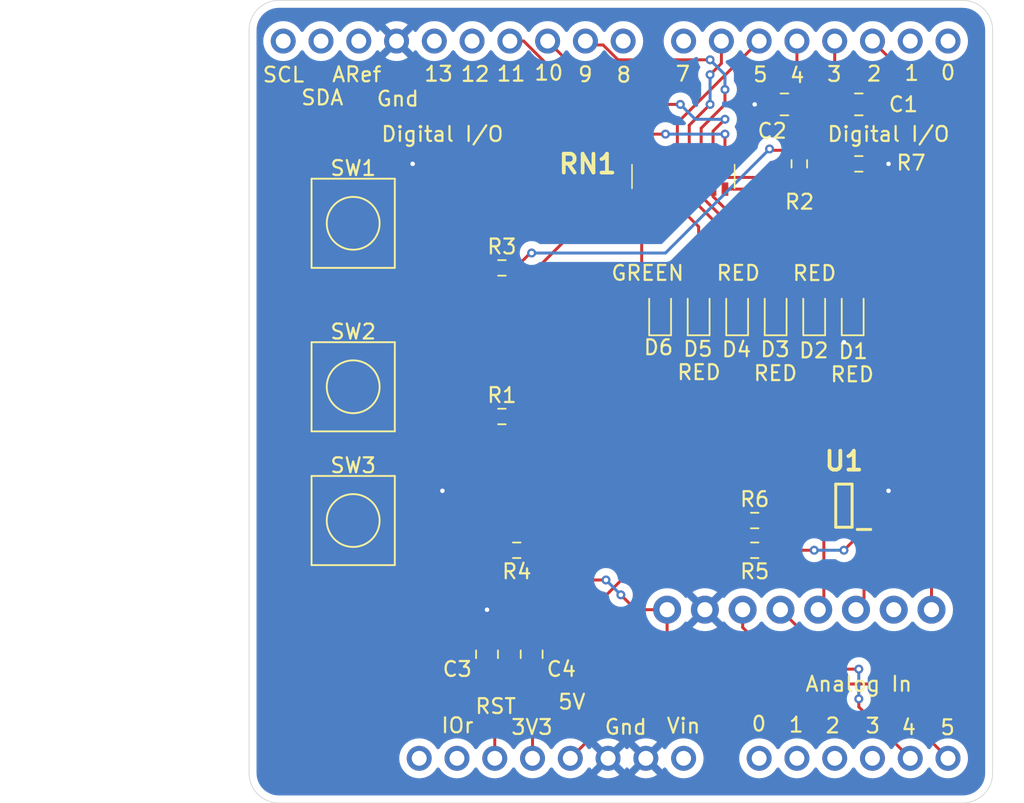
<source format=kicad_pcb>
(kicad_pcb (version 20221018) (generator pcbnew)
  (layers (0 "F.Cu" signal) (31 "B.Cu" signal) (34 "B.Paste" user) (35 "F.Paste" user) (36 "B.SilkS" user "B.Silkscreen") (37 "F.SilkS" user "F.Silkscreen") (38 "B.Mask" user) (39 "F.Mask" user) (44 "Edge.Cuts" user))
  (net 0 "")
  (net 1 "SW1_INT")
  (net 2 "GND")
  (net 3 "~{SW2_INPUT}")
  (net 4 "~{RESET}")
  (net 5 "+3.3V")
  (net 6 "Net-(D1-A)")
  (net 7 "Net-(D2-A)")
  (net 8 "Net-(D3-A)")
  (net 9 "Net-(D4-A)")
  (net 10 "Net-(D5-A)")
  (net 11 "Net-(D6-A)")
  (net 12 "+5V")
  (net 13 "SCL")
  (net 14 "SDA")
  (net 15 "XDA")
  (net 16 "XCL")
  (net 17 "AD0")
  (net 18 "MPU_INT")
  (net 26 "D5_CTRL")
  (net 27 "D4_CTRL")
  (net 30 "D3_CTRL")
  (net 31 "D2_CTRL")
  (net 32 "D1_CTRL")
  (net 40 "Net-(R1-Pad1)")
  (net 41 "Net-(R3-Pad1)")
  (footprint "Resistor_SMD:R_0603_1608Metric_Pad0.98x0.95mm_HandSolder" (layer "F.Cu") (at 164 99 180)
    (fp_text reference "R5" (at 0 -1.43) (layer "F.SilkS"))
    (fp_text value "1.2K")
    (fp_line (start -0.254724 -0.5225) (end 0.254724 -0.5225) (stroke (width 0.12)) (layer "F.SilkS"))
    (fp_line (start -0.254724 0.5225) (end 0.254724 0.5225) (stroke (width 0.12)) (layer "F.SilkS"))
    (pad "1" smd roundrect (at -0.9125 0 180) (size 0.975 0.95) (layers "F.Cu" "F.Paste" "F.Mask") (net 16 "XCL"))
    (pad "2" smd roundrect (at 0.9125 0 180) (size 0.975 0.95) (layers "F.Cu" "F.Paste" "F.Mask") (net 5 "+3.3V"))
  )
  (footprint "Capacitor_SMD:C_0805_2012Metric_Pad1.18x1.45mm_HandSolder" (layer "F.Cu") (at 166 69 180)
    (fp_text reference "C2" (at 0.825669 -1.78349) (layer "F.SilkS"))
    (fp_text value "0.1uF")
    (fp_line (start -0.261252 -0.735) (end 0.261252 -0.735) (stroke (width 0.12)) (layer "F.SilkS"))
    (fp_line (start -0.261252 0.735) (end 0.261252 0.735) (stroke (width 0.12)) (layer "F.SilkS"))
    (pad "1" smd roundrect (at -1.0375 0 180) (size 1.175 1.45) (layers "F.Cu" "F.Paste" "F.Mask") (roundrect_rratio 0.2127659574) (net 3 "~{SW2_INPUT}"))
    (pad "2" smd roundrect (at 1.0375 0 180) (size 1.175 1.45) (layers "F.Cu" "F.Paste" "F.Mask") (roundrect_rratio 0.2127659574) (net 2 "GND"))
  )
  (footprint "RoboJackets:PTS645SM43SMTR" (layer "F.Cu") (at 137 88)
    (fp_text reference "SW2" (at 0 -3.708) (layer "F.SilkS"))
    (fp_text value "PTS645")
    (fp_line (start -2.8 -3) (end -2.8 3) (stroke (width 0.127)) (layer "F.SilkS"))
    (fp_line (start -2.8 3) (end 2.8 3) (stroke (width 0.127)) (layer "F.SilkS"))
    (fp_line (start 2.8 -3) (end -2.8 -3) (stroke (width 0.127)) (layer "F.SilkS"))
    (fp_line (start 2.8 3) (end 2.8 -3) (stroke (width 0.127)) (layer "F.SilkS"))
    (fp_circle (center 0 0) (end 1.778 0) (stroke (width 0.127)) (fill none) (layer "F.SilkS"))
    (pad "1" smd rect (at -3.975 -2.25) (size 1.55 1.3) (layers "F.Cu" "F.Paste" "F.Mask") (net 12 "+5V"))
    (pad "2" smd rect (at 3.975 -2.25) (size 1.55 1.3) (layers "F.Cu" "F.Paste" "F.Mask") (net 12 "+5V"))
    (pad "3" smd rect (at -3.975 2.25) (size 1.55 1.3) (layers "F.Cu" "F.Paste" "F.Mask") (net 40 "Net-(R1-Pad1)"))
    (pad "4" smd rect (at 3.975 2.25) (size 1.55 1.3) (layers "F.Cu" "F.Paste" "F.Mask") (net 40 "Net-(R1-Pad1)"))
  )
  (footprint "Capacitor_SMD:C_0805_2012Metric_Pad1.18x1.45mm_HandSolder" (layer "F.Cu") (at 149 106 90)
    (fp_text reference "C4" (at -1 2 180) (layer "F.SilkS"))
    (fp_text value "0.1uF")
    (fp_line (start -0.261252 -0.735) (end 0.261252 -0.735) (stroke (width 0.12)) (layer "F.SilkS"))
    (fp_line (start -0.261252 0.735) (end 0.261252 0.735) (stroke (width 0.12)) (layer "F.SilkS"))
    (pad "1" smd roundrect (at -1.0375 0 90) (size 1.175 1.45) (layers "F.Cu" "F.Paste" "F.Mask") (roundrect_rratio 0.2127659574) (net 5 "+3.3V"))
    (pad "2" smd roundrect (at 1.0375 0 90) (size 1.175 1.45) (layers "F.Cu" "F.Paste" "F.Mask") (roundrect_rratio 0.2127659574) (net 2 "GND"))
  )
  (footprint "LED_SMD:LED_0603_1608Metric_Pad1.05x0.95mm_HandSolder" (layer "F.Cu") (at 168 82.875 90)
    (fp_text reference "D2" (at -2.68767 -0.02615 180) (layer "F.SilkS"))
    (fp_text value "RED" (at 2.515668 0.021194 180) (layer "F.SilkS"))
    (fp_line (start -1.66 -0.735) (end -1.66 0.735) (stroke (width 0.12)) (layer "F.SilkS"))
    (fp_line (start -1.66 0.735) (end 0.8 0.735) (stroke (width 0.12)) (layer "F.SilkS"))
    (fp_line (start 0.8 -0.735) (end -1.66 -0.735) (stroke (width 0.12)) (layer "F.SilkS"))
    (pad "1" smd roundrect (at -0.875 0 90) (size 1.05 0.95) (layers "F.Cu" "F.Paste" "F.Mask") (net 2 "GND"))
    (pad "2" smd roundrect (at 0.875 0 90) (size 1.05 0.95) (layers "F.Cu" "F.Paste" "F.Mask") (net 7 "Net-(D2-A)"))
  )
  (footprint "Resistor_SMD:R_0603_1608Metric_Pad0.98x0.95mm_HandSolder" (layer "F.Cu") (at 148 99 180)
    (fp_text reference "R4" (at 0 -1.43) (layer "F.SilkS"))
    (fp_text value "10K")
    (fp_line (start -0.254724 -0.5225) (end 0.254724 -0.5225) (stroke (width 0.12)) (layer "F.SilkS"))
    (fp_line (start -0.254724 0.5225) (end 0.254724 0.5225) (stroke (width 0.12)) (layer "F.SilkS"))
    (pad "1" smd roundrect (at -0.9125 0 180) (size 0.975 0.95) (layers "F.Cu" "F.Paste" "F.Mask") (net 12 "+5V"))
    (pad "2" smd roundrect (at 0.9125 0 180) (size 0.975 0.95) (layers "F.Cu" "F.Paste" "F.Mask") (net 4 "~{RESET}"))
  )
  (footprint "Resistor_SMD:R_0603_1608Metric_Pad0.98x0.95mm_HandSolder" (layer "F.Cu") (at 171 73)
    (fp_text reference "R7" (at 3.516682 -0.071234) (layer "F.SilkS"))
    (fp_text value "10K")
    (fp_line (start -0.254724 -0.5225) (end 0.254724 -0.5225) (stroke (width 0.12)) (layer "F.SilkS"))
    (fp_line (start -0.254724 0.5225) (end 0.254724 0.5225) (stroke (width 0.12)) (layer "F.SilkS"))
    (pad "1" smd roundrect (at -0.9125 0) (size 0.975 0.95) (layers "F.Cu" "F.Paste" "F.Mask") (net 1 "SW1_INT"))
    (pad "2" smd roundrect (at 0.9125 0) (size 0.975 0.95) (layers "F.Cu" "F.Paste" "F.Mask") (net 2 "GND"))
  )
  (footprint "Resistor_SMD:R_0603_1608Metric_Pad0.98x0.95mm_HandSolder" (layer "F.Cu") (at 147 80)
    (fp_text reference "R3" (at 0 -1.43) (layer "F.SilkS"))
    (fp_text value "1K")
    (fp_line (start -0.254724 -0.5225) (end 0.254724 -0.5225) (stroke (width 0.12)) (layer "F.SilkS"))
    (fp_line (start -0.254724 0.5225) (end 0.254724 0.5225) (stroke (width 0.12)) (layer "F.SilkS"))
    (pad "1" smd roundrect (at -0.9125 0) (size 0.975 0.95) (layers "F.Cu" "F.Paste" "F.Mask") (net 41 "Net-(R3-Pad1)"))
    (pad "2" smd roundrect (at 0.9125 0) (size 0.975 0.95) (layers "F.Cu" "F.Paste" "F.Mask") (net 3 "~{SW2_INPUT}"))
  )
  (footprint "RoboJackets:TLE493DA2B6HTSA1" (layer "F.Cu") (at 170 96 180)
    (fp_text reference "U1" (at 0 3) (layer "F.SilkS") (effects (font (size 1.27 1.27) (thickness 0.254))))
    (fp_text value "TLE493DA2B6HTSA1" hide)
    (fp_line (start -1.8 -1.6) (end -0.9 -1.6) (stroke (width 0.2)) (layer "F.SilkS"))
    (fp_line (start -0.55 -1.45) (end 0.55 -1.45) (stroke (width 0.2)) (layer "F.SilkS"))
    (fp_line (start -0.55 1.45) (end -0.55 -1.45) (stroke (width 0.2)) (layer "F.SilkS"))
    (fp_line (start 0.55 -1.45) (end 0.55 1.45) (stroke (width 0.2)) (layer "F.SilkS"))
    (fp_line (start 0.55 1.45) (end -0.55 1.45) (stroke (width 0.2)) (layer "F.SilkS"))
    (pad "1" smd rect (at -1.35 -0.95 270) (size 0.6 0.9) (layers "F.Cu" "F.Paste" "F.Mask") (net 16 "XCL"))
    (pad "2" smd rect (at -1.35 0 270) (size 0.6 0.9) (layers "F.Cu" "F.Paste" "F.Mask") (net 2 "GND"))
    (pad "3" smd rect (at -1.35 0.95 270) (size 0.6 0.9) (layers "F.Cu" "F.Paste" "F.Mask") (net 2 "GND"))
    (pad "4" smd rect (at 1.35 0.95 270) (size 0.6 0.9) (layers "F.Cu" "F.Paste" "F.Mask") (net 5 "+3.3V"))
    (pad "5" smd rect (at 1.35 0 270) (size 0.6 0.9) (layers "F.Cu" "F.Paste" "F.Mask") (net 2 "GND"))
    (pad "6" smd rect (at 1.35 -0.95 270) (size 0.6 0.9) (layers "F.Cu" "F.Paste" "F.Mask") (net 15 "XDA"))
  )
  (footprint "LED_SMD:LED_0603_1608Metric_Pad1.05x0.95mm_HandSolder" (layer "F.Cu") (at 165.41 82.875 90)
    (fp_text reference "D3" (at -2.609221 -0.036689 180) (layer "F.SilkS"))
    (fp_text value "RED" (at -4.217879 -0.016851 180) (layer "F.SilkS"))
    (fp_line (start -1.66 -0.735) (end -1.66 0.735) (stroke (width 0.12)) (layer "F.SilkS"))
    (fp_line (start -1.66 0.735) (end 0.8 0.735) (stroke (width 0.12)) (layer "F.SilkS"))
    (fp_line (start 0.8 -0.735) (end -1.66 -0.735) (stroke (width 0.12)) (layer "F.SilkS"))
    (pad "1" smd roundrect (at -0.875 0 90) (size 1.05 0.95) (layers "F.Cu" "F.Paste" "F.Mask") (net 2 "GND"))
    (pad "2" smd roundrect (at 0.875 0 90) (size 1.05 0.95) (layers "F.Cu" "F.Paste" "F.Mask") (net 8 "Net-(D3-A)"))
  )
  (footprint "RoboJackets:742C163331JP" (layer "F.Cu") (at 159.2 73.85 180)
    (fp_text reference "RN1" (at 6.436252 0.836926) (layer "F.SilkS") (effects (font (size 1.27 1.27) (thickness 0.254))))
    (fp_text value "R_Pack8_US" hide)
    (fp_line (start -3.45 -0.8) (end -3.45 0.8) (stroke (width 0.1)) (layer "F.SilkS"))
    (fp_line (start 3.45 -0.8) (end 3.45 0.8) (stroke (width 0.1)) (layer "F.SilkS"))
    (pad "1" smd rect (at -2.8 0.85 180) (size 0.45 0.9) (layers "F.Cu" "F.Paste" "F.Mask") (net 32 "D1_CTRL"))
    (pad "2" smd rect (at -2 0.85 180) (size 0.45 0.9) (layers "F.Cu" "F.Paste" "F.Mask") (net 31 "D2_CTRL"))
    (pad "3" smd rect (at -1.2 0.85 180) (size 0.45 0.9) (layers "F.Cu" "F.Paste" "F.Mask") (net 30 "D3_CTRL"))
    (pad "4" smd rect (at -0.4 0.85 180) (size 0.45 0.9) (layers "F.Cu" "F.Paste" "F.Mask") (net 27 "D4_CTRL"))
    (pad "5" smd rect (at 0.4 0.85 180) (size 0.45 0.9) (layers "F.Cu" "F.Paste" "F.Mask") (net 26 "D5_CTRL"))
    (pad "6" smd rect (at 1.2 0.85 180) (size 0.45 0.9) (layers "F.Cu" "F.Paste" "F.Mask"))
    (pad "7" smd rect (at 2 0.85 180) (size 0.45 0.9) (layers "F.Cu" "F.Paste" "F.Mask"))
    (pad "8" smd rect (at 2.8 0.85 180) (size 0.45 0.9) (layers "F.Cu" "F.Paste" "F.Mask") (net 12 "+5V"))
    (pad "9" smd rect (at 2.8 -0.85 180) (size 0.45 0.9) (layers "F.Cu" "F.Paste" "F.Mask") (net 11 "Net-(D6-A)"))
    (pad "10" smd rect (at 2 -0.85 180) (size 0.45 0.9) (layers "F.Cu" "F.Paste" "F.Mask"))
    (pad "11" smd rect (at 1.2 -0.85 180) (size 0.45 0.9) (layers "F.Cu" "F.Paste" "F.Mask"))
    (pad "12" smd rect (at 0.4 -0.85 180) (size 0.45 0.9) (layers "F.Cu" "F.Paste" "F.Mask") (net 10 "Net-(D5-A)"))
    (pad "13" smd rect (at -0.4 -0.85 180) (size 0.45 0.9) (layers "F.Cu" "F.Paste" "F.Mask") (net 9 "Net-(D4-A)"))
    (pad "14" smd rect (at -1.2 -0.85 180) (size 0.45 0.9) (layers "F.Cu" "F.Paste" "F.Mask") (net 8 "Net-(D3-A)"))
    (pad "15" smd rect (at -2 -0.85 180) (size 0.45 0.9) (layers "F.Cu" "F.Paste" "F.Mask") (net 7 "Net-(D2-A)"))
    (pad "16" smd rect (at -2.8 -0.85 180) (size 0.45 0.9) (layers "F.Cu" "F.Paste" "F.Mask") (net 6 "Net-(D1-A)"))
  )
  (footprint "LED_SMD:LED_0603_1608Metric_Pad1.05x0.95mm_HandSolder" (layer "F.Cu") (at 160.23 82.875 90)
    (fp_text reference "D5" (at -2.583071 -0.051763 180) (layer "F.SilkS"))
    (fp_text value "RED" (at -4.152505 0.024733 180) (layer "F.SilkS"))
    (fp_line (start -1.66 -0.735) (end -1.66 0.735) (stroke (width 0.12)) (layer "F.SilkS"))
    (fp_line (start -1.66 0.735) (end 0.8 0.735) (stroke (width 0.12)) (layer "F.SilkS"))
    (fp_line (start 0.8 -0.735) (end -1.66 -0.735) (stroke (width 0.12)) (layer "F.SilkS"))
    (pad "1" smd roundrect (at -0.875 0 90) (size 1.05 0.95) (layers "F.Cu" "F.Paste" "F.Mask") (net 2 "GND"))
    (pad "2" smd roundrect (at 0.875 0 90) (size 1.05 0.95) (layers "F.Cu" "F.Paste" "F.Mask") (net 10 "Net-(D5-A)"))
  )
  (footprint "Resistor_SMD:R_0603_1608Metric_Pad0.98x0.95mm_HandSolder" (layer "F.Cu") (at 164 97)
    (fp_text reference "R6" (at 0 -1.43) (layer "F.SilkS"))
    (fp_text value "1.2K")
    (fp_line (start -0.254724 -0.5225) (end 0.254724 -0.5225) (stroke (width 0.12)) (layer "F.SilkS"))
    (fp_line (start -0.254724 0.5225) (end 0.254724 0.5225) (stroke (width 0.12)) (layer "F.SilkS"))
    (pad "1" smd roundrect (at -0.9125 0) (size 0.975 0.95) (layers "F.Cu" "F.Paste" "F.Mask") (net 5 "+3.3V"))
    (pad "2" smd roundrect (at 0.9125 0) (size 0.975 0.95) (layers "F.Cu" "F.Paste" "F.Mask") (net 15 "XDA"))
  )
  (footprint "Resistor_SMD:R_0603_1608Metric_Pad0.98x0.95mm_HandSolder" (layer "F.Cu") (at 167 73 90)
    (fp_text reference "R2" (at -2.556859 0.011121 180) (layer "F.SilkS"))
    (fp_text value "10K")
    (fp_line (start -0.254724 -0.5225) (end 0.254724 -0.5225) (stroke (width 0.12)) (layer "F.SilkS"))
    (fp_line (start -0.254724 0.5225) (end 0.254724 0.5225) (stroke (width 0.12)) (layer "F.SilkS"))
    (pad "1" smd roundrect (at -0.9125 0 90) (size 0.975 0.95) (layers "F.Cu" "F.Paste" "F.Mask") (net 12 "+5V"))
    (pad "2" smd roundrect (at 0.9125 0 90) (size 0.975 0.95) (layers "F.Cu" "F.Paste" "F.Mask") (net 3 "~{SW2_INPUT}"))
  )
  (footprint "SparkFun-Connector:1X08" (layer "F.Cu") (at 158.11 103)
    (fp_text reference "J1")
    (fp_text value "GY-521-MPU-6050")
    (pad "1" thru_hole circle (at 0 0 90) (size 1.8796 1.8796) (drill 1.016) (layers "*.Cu" "*.Mask") (net 12 "+5V"))
    (pad "2" thru_hole circle (at 2.54 0 90) (size 1.8796 1.8796) (drill 1.016) (layers "*.Cu" "*.Mask") (net 2 "GND"))
    (pad "3" thru_hole circle (at 5.08 0 90) (size 1.8796 1.8796) (drill 1.016) (layers "*.Cu" "*.Mask") (net 13 "SCL"))
    (pad "4" thru_hole circle (at 7.62 0 90) (size 1.8796 1.8796) (drill 1.016) (layers "*.Cu" "*.Mask") (net 14 "SDA"))
    (pad "5" thru_hole circle (at 10.16 0 90) (size 1.8796 1.8796) (drill 1.016) (layers "*.Cu" "*.Mask") (net 15 "XDA"))
    (pad "6" thru_hole circle (at 12.7 0 90) (size 1.8796 1.8796) (drill 1.016) (layers "*.Cu" "*.Mask") (net 16 "XCL"))
    (pad "7" thru_hole circle (at 15.24 0 90) (size 1.8796 1.8796) (drill 1.016) (layers "*.Cu" "*.Mask") (net 17 "AD0"))
    (pad "8" thru_hole circle (at 17.78 0 90) (size 1.8796 1.8796) (drill 1.016) (layers "*.Cu" "*.Mask") (net 18 "MPU_INT"))
  )
  (footprint "RoboJackets:PTS645SM43SMTR" (layer "F.Cu") (at 137 97)
    (fp_text reference "SW3" (at 0 -3.708) (layer "F.SilkS"))
    (fp_text value "PTS645")
    (fp_line (start -2.8 -3) (end -2.8 3) (stroke (width 0.127)) (layer "F.SilkS"))
    (fp_line (start -2.8 3) (end 2.8 3) (stroke (width 0.127)) (layer "F.SilkS"))
    (fp_line (start 2.8 -3) (end -2.8 -3) (stroke (width 0.127)) (layer "F.SilkS"))
    (fp_line (start 2.8 3) (end 2.8 -3) (stroke (width 0.127)) (layer "F.SilkS"))
    (fp_circle (center 0 0) (end 1.778 0) (stroke (width 0.127)) (fill none) (layer "F.SilkS"))
    (pad "1" smd rect (at -3.975 -2.25) (size 1.55 1.3) (layers "F.Cu" "F.Paste" "F.Mask") (net 2 "GND"))
    (pad "2" smd rect (at 3.975 -2.25) (size 1.55 1.3) (layers "F.Cu" "F.Paste" "F.Mask") (net 2 "GND"))
    (pad "3" smd rect (at -3.975 2.25) (size 1.55 1.3) (layers "F.Cu" "F.Paste" "F.Mask") (net 4 "~{RESET}"))
    (pad "4" smd rect (at 3.975 2.25) (size 1.55 1.3) (layers "F.Cu" "F.Paste" "F.Mask") (net 4 "~{RESET}"))
  )
  (footprint "Resistor_SMD:R_0603_1608Metric_Pad0.98x0.95mm_HandSolder" (layer "F.Cu") (at 147 90)
    (fp_text reference "R1" (at 0 -1.43) (layer "F.SilkS"))
    (fp_text value "1K")
    (fp_line (start -0.254724 -0.5225) (end 0.254724 -0.5225) (stroke (width 0.12)) (layer "F.SilkS"))
    (fp_line (start -0.254724 0.5225) (end 0.254724 0.5225) (stroke (width 0.12)) (layer "F.SilkS"))
    (pad "1" smd roundrect (at -0.9125 0) (size 0.975 0.95) (layers "F.Cu" "F.Paste" "F.Mask") (net 40 "Net-(R1-Pad1)"))
    (pad "2" smd roundrect (at 0.9125 0) (size 0.975 0.95) (layers "F.Cu" "F.Paste" "F.Mask") (net 1 "SW1_INT"))
  )
  (footprint "Capacitor_SMD:C_0805_2012Metric_Pad1.18x1.45mm_HandSolder" (layer "F.Cu") (at 171 69)
    (fp_text reference "C1" (at 3 0) (layer "F.SilkS"))
    (fp_text value "0.1uF")
    (fp_line (start -0.261252 -0.735) (end 0.261252 -0.735) (stroke (width 0.12)) (layer "F.SilkS"))
    (fp_line (start -0.261252 0.735) (end 0.261252 0.735) (stroke (width 0.12)) (layer "F.SilkS"))
    (pad "1" smd roundrect (at -1.0375 0) (size 1.175 1.45) (layers "F.Cu" "F.Paste" "F.Mask") (roundrect_rratio 0.2127659574) (net 1 "SW1_INT"))
    (pad "2" smd roundrect (at 1.0375 0) (size 1.175 1.45) (layers "F.Cu" "F.Paste" "F.Mask") (roundrect_rratio 0.2127659574) (net 2 "GND"))
  )
  (footprint "Capacitor_SMD:C_0805_2012Metric_Pad1.18x1.45mm_HandSolder" (layer "F.Cu") (at 146 106 90)
    (fp_text reference "C3" (at -1 -2 180) (layer "F.SilkS"))
    (fp_text value "0.1uF")
    (fp_line (start -0.261252 -0.735) (end 0.261252 -0.735) (stroke (width 0.12)) (layer "F.SilkS"))
    (fp_line (start -0.261252 0.735) (end 0.261252 0.735) (stroke (width 0.12)) (layer "F.SilkS"))
    (pad "1" smd roundrect (at -1.0375 0 90) (size 1.175 1.45) (layers "F.Cu" "F.Paste" "F.Mask") (roundrect_rratio 0.2127659574) (net 4 "~{RESET}"))
    (pad "2" smd roundrect (at 1.0375 0 90) (size 1.175 1.45) (layers "F.Cu" "F.Paste" "F.Mask") (roundrect_rratio 0.2127659574) (net 2 "GND"))
  )
  (footprint "RoboJackets:PTS645SM43SMTR" (layer "F.Cu") (at 137 77)
    (fp_text reference "SW1" (at 0 -3.708) (layer "F.SilkS"))
    (fp_text value "PTS645")
    (fp_line (start -2.8 -3) (end -2.8 3) (stroke (width 0.127)) (layer "F.SilkS"))
    (fp_line (start -2.8 3) (end 2.8 3) (stroke (width 0.127)) (layer "F.SilkS"))
    (fp_line (start 2.8 -3) (end -2.8 -3) (stroke (width 0.127)) (layer "F.SilkS"))
    (fp_line (start 2.8 3) (end 2.8 -3) (stroke (width 0.127)) (layer "F.SilkS"))
    (fp_circle (center 0 0) (end 1.778 0) (stroke (width 0.127)) (fill none) (layer "F.SilkS"))
    (pad "1" smd rect (at -3.975 -2.25) (size 1.55 1.3) (layers "F.Cu" "F.Paste" "F.Mask") (net 2 "GND"))
    (pad "2" smd rect (at 3.975 -2.25) (size 1.55 1.3) (layers "F.Cu" "F.Paste" "F.Mask") (net 2 "GND"))
    (pad "3" smd rect (at -3.975 2.25) (size 1.55 1.3) (layers "F.Cu" "F.Paste" "F.Mask") (net 41 "Net-(R3-Pad1)"))
    (pad "4" smd rect (at 3.975 2.25) (size 1.55 1.3) (layers "F.Cu" "F.Paste" "F.Mask") (net 41 "Net-(R3-Pad1)"))
  )
  (footprint "LED_SMD:LED_0603_1608Metric_Pad1.05x0.95mm_HandSolder" (layer "F.Cu") (at 162.82 82.875 90)
    (fp_text reference "D4" (at -2.617937 -0.044226 180) (layer "F.SilkS"))
    (fp_text value "RED" (at 2.528743 0.075853 180) (layer "F.SilkS"))
    (fp_line (start -1.66 -0.735) (end -1.66 0.735) (stroke (width 0.12)) (layer "F.SilkS"))
    (fp_line (start -1.66 0.735) (end 0.8 0.735) (stroke (width 0.12)) (layer "F.SilkS"))
    (fp_line (start 0.8 -0.735) (end -1.66 -0.735) (stroke (width 0.12)) (layer "F.SilkS"))
    (pad "1" smd roundrect (at -0.875 0 90) (size 1.05 0.95) (layers "F.Cu" "F.Paste" "F.Mask") (net 2 "GND"))
    (pad "2" smd roundrect (at 0.875 0 90) (size 1.05 0.95) (layers "F.Cu" "F.Paste" "F.Mask") (net 9 "Net-(D4-A)"))
  )
  (footprint "LED_SMD:LED_0603_1608Metric_Pad1.05x0.95mm_HandSolder" (layer "F.Cu") (at 157.64 82.875 90)
    (fp_text reference "D6" (at -2.478472 -0.111599 180) (layer "F.SilkS"))
    (fp_text value "GREEN" (at 2.526338 -0.840482 180) (layer "F.SilkS"))
    (fp_line (start -1.66 -0.735) (end -1.66 0.735) (stroke (width 0.12)) (layer "F.SilkS"))
    (fp_line (start -1.66 0.735) (end 0.8 0.735) (stroke (width 0.12)) (layer "F.SilkS"))
    (fp_line (start 0.8 -0.735) (end -1.66 -0.735) (stroke (width 0.12)) (layer "F.SilkS"))
    (pad "1" smd roundrect (at -0.875 0 90) (size 1.05 0.95) (layers "F.Cu" "F.Paste" "F.Mask") (net 2 "GND"))
    (pad "2" smd roundrect (at 0.875 0 90) (size 1.05 0.95) (layers "F.Cu" "F.Paste" "F.Mask") (net 11 "Net-(D6-A)"))
  )
  (footprint "LED_SMD:LED_0603_1608Metric_Pad1.05x0.95mm_HandSolder" (layer "F.Cu") (at 170.59 82.875 90)
    (fp_text reference "D1" (at -2.739969 0.033686 180) (layer "F.SilkS"))
    (fp_text value "RED" (at -4.296328 -0.032286 180) (layer "F.SilkS"))
    (fp_line (start -1.66 -0.735) (end -1.66 0.735) (stroke (width 0.12)) (layer "F.SilkS"))
    (fp_line (start -1.66 0.735) (end 0.8 0.735) (stroke (width 0.12)) (layer "F.SilkS"))
    (fp_line (start 0.8 -0.735) (end -1.66 -0.735) (stroke (width 0.12)) (layer "F.SilkS"))
    (pad "1" smd roundrect (at -0.875 0 90) (size 1.05 0.95) (layers "F.Cu" "F.Paste" "F.Mask") (net 2 "GND"))
    (pad "2" smd roundrect (at 0.875 0 90) (size 1.05 0.95) (layers "F.Cu" "F.Paste" "F.Mask") (net 6 "Net-(D1-A)"))
  )
  (footprint "RoboJackets:ARDUINO_UNO_R3" (layer "F.Cu") (at 113.5 115.54)
    (fp_text reference "MOD1" hide)
    (fp_text value "ARDUINO-UNO-R3")
    (fp_text user "Vin" (at 45.715008 -4.725454) (layer "F.SilkS"))
    (fp_text user "1" (at 53.291254 -4.795186) (layer "F.SilkS"))
    (fp_text user "0" (at 63.499499 -48.679466) (layer "F.SilkS"))
    (fp_text user "Digital I/O" (at 59.5 -44.54) (layer "F.SilkS"))
    (fp_text user "5" (at 50.881123 -48.548717) (layer "F.SilkS"))
    (fp_text user "9" (at 39.112564 -48.557434) (layer "F.SilkS"))
    (fp_text user "1" (at 61.064672 -48.644599) (layer "F.SilkS"))
    (fp_text user "5" (at 63.474302 -4.61845) (layer "F.SilkS"))
    (fp_text user "ARef" (at 23.741658 -48.553075) (layer "F.SilkS"))
    (fp_text user "13" (at 29.24617 -48.592752) (layer "F.SilkS"))
    (fp_text user "3" (at 58.442745 -4.729812) (layer "F.SilkS"))
    (fp_text user "Digital I/O" (at 29.5 -44.54) (layer "F.SilkS"))
    (fp_text user "SDA" (at 21.422002 -46.997168) (layer "F.SilkS"))
    (fp_text user "0" (at 50.780883 -4.86056) (layer "F.SilkS"))
    (fp_text user "IOr" (at 30.510217 -4.751603) (layer "F.SilkS"))
    (fp_text user "5V" (at 38.203636 -6.338018) (layer "F.SilkS"))
    (fp_text user "10" (at 36.654493 -48.662032) (layer "F.SilkS"))
    (fp_text user "3" (at 55.854974 -48.574867) (layer "F.SilkS"))
    (fp_text user "11" (at 34.121281 -48.59711) (layer "F.SilkS"))
    (fp_text user "Gnd" (at 41.829728 -4.644099) (layer "F.SilkS"))
    (fp_text user "4" (at 53.356628 -48.496418) (layer "F.SilkS"))
    (fp_text user "2" (at 55.749326 -4.742887) (layer "F.SilkS"))
    (fp_text user "12" (at 31.704242 -48.579677) (layer "F.SilkS"))
    (fp_text user "RST" (at 33.081604 -6.041655) (layer "F.SilkS"))
    (fp_text user "3V3" (at 35.522243 -4.638288) (layer "F.SilkS"))
    (fp_text user "Gnd" (at 26.500451 -46.918719) (layer "F.SilkS"))
    (fp_text user "Analog In" (at 57.5 -7.54) (layer "F.SilkS"))
    (fp_text user "2" (at 58.533865 -48.598111) (layer "F.SilkS"))
    (fp_text user "SCL" (at 18.81244 -48.534141) (layer "F.SilkS"))
    (fp_text user "4" (at 60.859332 -4.631524) (layer "F.SilkS"))
    (pad "3V3" thru_hole circle (at 35.56 -2.54) (size 1.6764 1.6764) (drill 1) (layers "*.Cu" "*.Mask") (net 5 "+3.3V"))
    (pad "5V" thru_hole circle (at 38.1 -2.54) (size 1.6764 1.6764) (drill 1) (layers "*.Cu" "*.Mask") (net 12 "+5V"))
    (pad "A0" thru_hole circle (at 50.8 -2.54) (size 1.6764 1.6764) (drill 1) (layers "*.Cu" "*.Mask"))
    (pad "A1" thru_hole circle (at 53.34 -2.54) (size 1.6764 1.6764) (drill 1) (layers "*.Cu" "*.Mask"))
    (pad "A2" thru_hole circle (at 55.88 -2.54) (size 1.6764 1.6764) (drill 1) (layers "*.Cu" "*.Mask"))
    (pad "A3" thru_hole circle (at 58.42 -2.54) (size 1.6764 1.6764) (drill 1) (layers "*.Cu" "*.Mask"))
    (pad "A4" thru_hole circle (at 60.96 -2.54) (size 1.6764 1.6764) (drill 1) (layers "*.Cu" "*.Mask") (net 14 "SDA"))
    (pad "A5" thru_hole circle (at 63.5 -2.54) (size 1.6764 1.6764) (drill 1) (layers "*.Cu" "*.Mask") (net 13 "SCL"))
    (pad "AREF" thru_hole circle (at 23.876 -50.8) (size 1.6764 1.6764) (drill 1) (layers "*.Cu" "*.Mask"))
    (pad "D0" thru_hole circle (at 63.5 -50.8) (size 1.6764 1.6764) (drill 1) (layers "*.Cu" "*.Mask"))
    (pad "D1" thru_hole circle (at 60.96 -50.8) (size 1.6764 1.6764) (drill 1) (layers "*.Cu" "*.Mask"))
    (pad "D2" thru_hole circle (at 58.42 -50.8) (size 1.6764 1.6764) (drill 1) (layers "*.Cu" "*.Mask") (net 18 "MPU_INT"))
    (pad "D3" thru_hole circle (at 55.88 -50.8) (size 1.6764 1.6764) (drill 1) (layers "*.Cu" "*.Mask") (net 1 "SW1_INT"))
    (pad "D4" thru_hole circle (at 53.34 -50.8) (size 1.6764 1.6764) (drill 1) (layers "*.Cu" "*.Mask") (net 3 "~{SW2_INPUT}"))
    (pad "D5" thru_hole circle (at 50.8 -50.8) (size 1.6764 1.6764) (drill 1) (layers "*.Cu" "*.Mask") (net 26 "D5_CTRL"))
    (pad "D6" thru_hole circle (at 48.26 -50.8) (size 1.6764 1.6764) (drill 1) (layers "*.Cu" "*.Mask") (net 27 "D4_CTRL"))
    (pad "D7" thru_hole circle (at 45.72 -50.8) (size 1.6764 1.6764) (drill 1) (layers "*.Cu" "*.Mask"))
    (pad "D8" thru_hole circle (at 41.656 -50.8) (size 1.6764 1.6764) (drill 1) (layers "*.Cu" "*.Mask"))
    (pad "D9" thru_hole circle (at 39.116 -50.8) (size 1.6764 1.6764) (drill 1) (layers "*.Cu" "*.Mask") (net 30 "D3_CTRL"))
    (pad "D10" thru_hole circle (at 36.576 -50.8) (size 1.6764 1.6764) (drill 1) (layers "*.Cu" "*.Mask") (net 31 "D2_CTRL"))
    (pad "D11" thru_hole circle (at 34.036 -50.8) (size 1.6764 1.6764) (drill 1) (layers "*.Cu" "*.Mask") (net 32 "D1_CTRL"))
    (pad "D12" thru_hole circle (at 31.496 -50.8) (size 1.6764 1.6764) (drill 1) (layers "*.Cu" "*.Mask"))
    (pad "D13" thru_hole circle (at 28.956 -50.8) (size 1.6764 1.6764) (drill 1) (layers "*.Cu" "*.Mask"))
    (pad "GND" thru_hole circle (at 26.416 -50.8) (size 1.6764 1.6764) (drill 1) (layers "*.Cu" "*.Mask") (net 2 "GND"))
    (pad "GND1" thru_hole circle (at 43.18 -2.54) (size 1.6764 1.6764) (drill 1) (layers "*.Cu" "*.Mask") (net 2 "GND"))
    (pad "GND2" thru_hole circle (at 40.64 -2.54) (size 1.6764 1.6764) (drill 1) (layers "*.Cu" "*.Mask") (net 2 "GND"))
    (pad "IOREF" thru_hole circle (at 30.48 -2.54) (size 1.6764 1.6764) (drill 1) (layers "*.Cu" "*.Mask"))
    (pad "RESERVED" thru_hole circle (at 27.94 -2.54) (size 1.6764 1.6764) (drill 1) (layers "*.Cu" "*.Mask"))
    (pad "RESET" thru_hole circle (at 33.02 -2.54) (size 1.6764 1.6764) (drill 1) (layers "*.Cu" "*.Mask") (net 4 "~{RESET}"))
    (pad "SCL" thru_hole circle (at 18.796 -50.8) (size 1.6764 1.6764) (drill 1) (layers "*.Cu" "*.Mask"))
    (pad "SDA" thru_hole circle (at 21.336 -50.8) (size 1.6764 1.6764) (drill 1) (layers "*.Cu" "*.Mask"))
    (pad "VIN" thru_hole circle (at 45.72 -2.54) (size 1.6764 1.6764) (drill 1) (layers "*.Cu" "*.Mask"))
  )
  (gr_line (start 132 116) (end 178 116) (stroke (width 0.05)) (layer "Edge.Cuts"))
  (gr_line (start 180 114) (end 180 64) (stroke (width 0.05)) (layer "Edge.Cuts"))
  (gr_arc (start 178 62) (mid 179.414214 62.585786) (end 180 64) (stroke (width 0.05)) (layer "Edge.Cuts"))
  (gr_line (start 178 62) (end 132 62) (stroke (width 0.05)) (layer "Edge.Cuts"))
  (gr_arc (start 130 64) (mid 130.585786 62.585786) (end 132 62) (stroke (width 0.05)) (layer "Edge.Cuts"))
  (gr_line (start 130 64) (end 130 114) (stroke (width 0.05)) (layer "Edge.Cuts"))
  (gr_arc (start 180 114) (mid 179.414214 115.414214) (end 178 116) (stroke (width 0.05)) (layer "Edge.Cuts"))
  (gr_arc (start 132 116) (mid 130.585786 115.414214) (end 130 114) (stroke (width 0.05)) (layer "Edge.Cuts"))
  (gr_text "7" (at 159.169521 66.9477) (layer "F.SilkS") (effects (font (size 1 1))))
  (gr_text "8" (at 155.196122 67.01217) (layer "F.SilkS") (effects (font (size 1 1))))
  (segment (start 171.365 86.635) (end 168 90) (width 0.2) (layer "F.Cu") (net 1))
  (segment (start 168 90) (end 147.9125 90) (width 0.2) (layer "F.Cu") (net 1))
  (segment (start 170.0875 73) (end 171.365 74.2775) (width 0.2) (layer "F.Cu") (net 1))
  (segment (start 169.9625 69) (end 169.9625 72.875) (width 0.2) (layer "F.Cu") (net 1))
  (segment (start 169.38 64.74) (end 169.38 68.4175) (width 0.2) (layer "F.Cu") (net 1))
  (segment (start 169.38 68.4175) (end 169.9625 69) (width 0.2) (layer "F.Cu") (net 1))
  (segment (start 169.9625 72.875) (end 170.0875 73) (width 0.2) (layer "F.Cu") (net 1))
  (segment (start 171.365 74.2775) (end 171.365 86.635) (width 0.2) (layer "F.Cu") (net 1))
  (segment (start 170.59 83.75) (end 170.59 84.41) (width 0.2) (layer "F.Cu") (net 2))
  (segment (start 172.0375 72.875) (end 171.9125 73) (width 0.2) (layer "F.Cu") (net 2))
  (segment (start 140.975 74.75) (end 133.025 74.75) (width 0.2) (layer "F.Cu") (net 2))
  (segment (start 172.95 95.05) (end 173 95) (width 0.2) (layer "F.Cu") (net 2))
  (segment (start 172.0375 69) (end 172.0375 72.875) (width 0.2) (layer "F.Cu") (net 2))
  (segment (start 146 104.9625) (end 146 103) (width 0.2) (layer "F.Cu") (net 2))
  (segment (start 140.975 94.75) (end 142.75 94.75) (width 0.2) (layer "F.Cu") (net 2))
  (segment (start 171.9125 73) (end 173 73) (width 0.2) (layer "F.Cu") (net 2))
  (segment (start 140.975 74.75) (end 140.975 73.025) (width 0.2) (layer "F.Cu") (net 2))
  (segment (start 168.65 96) (end 171.35 96) (width 0.2) (layer "F.Cu") (net 2))
  (segment (start 171.35 95.05) (end 171.35 96) (width 0.2) (layer "F.Cu") (net 2))
  (segment (start 142.75 94.75) (end 143 95) (width 0.2) (layer "F.Cu") (net 2))
  (segment (start 146 104.9625) (end 149 104.9625) (width 0.2) (layer "F.Cu") (net 2))
  (segment (start 170.59 84.41) (end 170 85) (width 0.2) (layer "F.Cu") (net 2))
  (segment (start 164.9625 69) (end 164 69) (width 0.2) (layer "F.Cu") (net 2))
  (segment (start 157.64 83.75) (end 170.59 83.75) (width 0.2) (layer "F.Cu") (net 2))
  (segment (start 140.975 94.75) (end 133.025 94.75) (width 0.2) (layer "F.Cu") (net 2))
  (segment (start 140.975 73.025) (end 141 73) (width 0.2) (layer "F.Cu") (net 2))
  (segment (start 171.35 95.05) (end 172.95 95.05) (width 0.2) (layer "F.Cu") (net 2))
  (via (at 164 69) (size 0.6) (drill 0.3) (layers "F.Cu" "B.Cu") (net 2))
  (via (at 141 73) (size 0.6) (drill 0.3) (layers "F.Cu" "B.Cu") (net 2))
  (via (at 173 95) (size 0.6) (drill 0.3) (layers "F.Cu" "B.Cu") (net 2))
  (via (at 173 73) (size 0.6) (drill 0.3) (layers "F.Cu" "B.Cu") (net 2))
  (via (at 143 95) (size 0.6) (drill 0.3) (layers "F.Cu" "B.Cu") (net 2))
  (via (at 170 85) (size 0.6) (drill 0.3) (layers "F.Cu" "B.Cu") (net 2))
  (via (at 146 103) (size 0.6) (drill 0.3) (layers "F.Cu" "B.Cu") (net 2))
  (segment (start 166.84 64.74) (end 166.84 68.8025) (width 0.2) (layer "F.Cu") (net 3))
  (segment (start 149 79) (end 148.9125 79) (width 0.2) (layer "F.Cu") (net 3))
  (segment (start 167.0375 69) (end 167.0375 72.05) (width 0.2) (layer "F.Cu") (net 3))
  (segment (start 148.9125 79) (end 147.9125 80) (width 0.2) (layer "F.Cu") (net 3))
  (segment (start 166.84 68.8025) (end 167.0375 69) (width 0.2) (layer "F.Cu") (net 3))
  (segment (start 165.0875 72.0875) (end 165 72) (width 0.2) (layer "F.Cu") (net 3))
  (segment (start 167.0375 72.05) (end 167 72.0875) (width 0.2) (layer "F.Cu") (net 3))
  (segment (start 167 72.0875) (end 165.0875 72.0875) (width 0.2) (layer "F.Cu") (net 3))
  (via (at 165 72) (size 0.6) (drill 0.3) (layers "F.Cu" "B.Cu") (net 3))
  (via (at 149 79) (size 0.6) (drill 0.3) (layers "F.Cu" "B.Cu") (net 3))
  (segment (start 158 79) (end 149 79) (width 0.2) (layer "B.Cu") (net 3))
  (segment (start 165 72) (end 158 79) (width 0.2) (layer "B.Cu") (net 3))
  (segment (start 147.0875 99) (end 146.8375 99.25) (width 0.2) (layer "F.Cu") (net 4))
  (segment (start 146.52 107.5575) (end 146.52 113) (width 0.2) (layer "F.Cu") (net 4))
  (segment (start 140.975 102.0125) (end 146 107.0375) (width 0.2) (layer "F.Cu") (net 4))
  (segment (start 146 107.0375) (end 146.52 107.5575) (width 0.2) (layer "F.Cu") (net 4))
  (segment (start 140.975 99.25) (end 133.025 99.25) (width 0.2) (layer "F.Cu") (net 4))
  (segment (start 146.8375 99.25) (end 140.975 99.25) (width 0.2) (layer "F.Cu") (net 4))
  (segment (start 140.975 99.25) (end 140.975 102.0125) (width 0.2) (layer "F.Cu") (net 4))
  (segment (start 163.0875 99) (end 163.0875 97) (width 0.2) (layer "F.Cu") (net 5))
  (segment (start 160.9875 95.05) (end 149 107.0375) (width 0.2) (layer "F.Cu") (net 5))
  (segment (start 168.65 95.05) (end 160.9875 95.05) (width 0.2) (layer "F.Cu") (net 5))
  (segment (start 149 107.0375) (end 149.06 107.0975) (width 0.2) (layer "F.Cu") (net 5))
  (segment (start 162.9375 97) (end 160.9875 95.05) (width 0.2) (layer "F.Cu") (net 5))
  (segment (start 163.0875 97) (end 162.9375 97) (width 0.2) (layer "F.Cu") (net 5))
  (segment (start 149.06 107.0975) (end 149.06 113) (width 0.2) (layer "F.Cu") (net 5))
  (segment (start 163.29 74.7) (end 162 74.7) (width 0.2) (layer "F.Cu") (net 6))
  (segment (start 170.59 82) (end 163.29 74.7) (width 0.2) (layer "F.Cu") (net 6))
  (segment (start 168 82) (end 161.2 75.2) (width 0.2) (layer "F.Cu") (net 7))
  (segment (start 161.2 75.2) (end 161.2 74.7) (width 0.2) (layer "F.Cu") (net 7))
  (segment (start 165.41 80.185) (end 160.4 75.175) (width 0.2) (layer "F.Cu") (net 8))
  (segment (start 165.41 82) (end 165.41 80.185) (width 0.2) (layer "F.Cu") (net 8))
  (segment (start 160.4 75.175) (end 160.4 74.7) (width 0.2) (layer "F.Cu") (net 8))
  (segment (start 162.82 82) (end 162.82 78.395) (width 0.2) (layer "F.Cu") (net 9))
  (segment (start 162.82 78.395) (end 159.6 75.175) (width 0.2) (layer "F.Cu") (net 9))
  (segment (start 159.6 75.175) (end 159.6 74.7) (width 0.2) (layer "F.Cu") (net 9))
  (segment (start 160.23 82) (end 160.23 77.23) (width 0.2) (layer "F.Cu") (net 10))
  (segment (start 160.23 77.23) (end 158.8 75.8) (width 0.2) (layer "F.Cu") (net 10))
  (segment (start 158.8 75.8) (end 158.8 74.7) (width 0.2) (layer "F.Cu") (net 10))
  (segment (start 157.64 82) (end 156.4 80.76) (width 0.2) (layer "F.Cu") (net 11))
  (segment (start 156.4 80.76) (end 156.4 74.7) (width 0.2) (layer "F.Cu") (net 11))
  (segment (start 158.11 103) (end 156 103) (width 0.2) (layer "F.Cu") (net 12))
  (segment (start 156 103) (end 155 102) (width 0.2) (layer "F.Cu") (net 12))
  (segment (start 154 101) (end 150.9125 101) (width 0.2) (layer "F.Cu") (net 12))
  (segment (start 167 73.9125) (end 156.6625 73.9125) (width 0.2) (layer "F.Cu") (net 12))
  (segment (start 150.9125 101) (end 148.9125 99) (width 0.2) (layer "F.Cu") (net 12))
  (segment (start 143.65 85.75) (end 140.975 85.75) (width 0.2) (layer "F.Cu") (net 12))
  (segment (start 146.875 96.9625) (end 146.875 88.975) (width 0.2) (layer "F.Cu") (net 12))
  (segment (start 146.875 88.975) (end 143.65 85.75) (width 0.2) (layer "F.Cu") (net 12))
  (segment (start 158.11 106.49) (end 151.6 113) (width 0.2) (layer "F.Cu") (net 12))
  (segment (start 156.4 73.65) (end 156.4 73) (width 0.2) (layer "F.Cu") (net 12))
  (segment (start 156.4 73) (end 143.65 85.75) (width 0.2) (layer "F.Cu") (net 12))
  (segment (start 140.975 85.75) (end 133.025 85.75) (width 0.2) (layer "F.Cu") (net 12))
  (segment (start 158.11 103) (end 158.11 106.49) (width 0.2) (layer "F.Cu") (net 12))
  (segment (start 148.9125 99) (end 146.875 96.9625) (width 0.2) (layer "F.Cu") (net 12))
  (segment (start 156.6625 73.9125) (end 156.4 73.65) (width 0.2) (layer "F.Cu") (net 12))
  (via (at 155 102) (size 0.6) (drill 0.3) (layers "F.Cu" "B.Cu") (net 12))
  (via (at 154 101) (size 0.6) (drill 0.3) (layers "F.Cu" "B.Cu") (net 12))
  (segment (start 155 102) (end 154 101) (width 0.2) (layer "B.Cu") (net 12))
  (segment (start 167 108) (end 172 108) (width 0.2) (layer "F.Cu") (net 13))
  (segment (start 163.19 103) (end 163.19 104.19) (width 0.2) (layer "F.Cu") (net 13))
  (segment (start 172 108) (end 177 113) (width 0.2) (layer "F.Cu") (net 13))
  (segment (start 163.19 104.19) (end 167 108) (width 0.2) (layer "F.Cu") (net 13))
  (segment (start 169.73 107) (end 171 107) (width 0.2) (layer "F.Cu") (net 14))
  (segment (start 165.73 103) (end 169.73 107) (width 0.2) (layer "F.Cu") (net 14))
  (segment (start 171 109.54) (end 174.46 113) (width 0.2) (layer "F.Cu") (net 14))
  (segment (start 171 109) (end 171 109.54) (width 0.2) (layer "F.Cu") (net 14))
  (via (at 171 107) (size 0.6) (drill 0.3) (layers "F.Cu" "B.Cu") (net 14))
  (via (at 171 109) (size 0.6) (drill 0.3) (layers "F.Cu" "B.Cu") (net 14))
  (segment (start 171 107) (end 171 109) (width 0.2) (layer "B.Cu") (net 14))
  (segment (start 168.65 96.95) (end 164.9625 96.95) (width 0.2) (layer "F.Cu") (net 15))
  (segment (start 168.65 102.62) (end 168.27 103) (width 0.2) (layer "F.Cu") (net 15))
  (segment (start 164.9625 96.95) (end 164.9125 97) (width 0.2) (layer "F.Cu") (net 15))
  (segment (start 168.65 96.95) (end 168.65 102.62) (width 0.2) (layer "F.Cu") (net 15))
  (segment (start 171.35 102.46) (end 170.81 103) (width 0.2) (layer "F.Cu") (net 16))
  (segment (start 171.35 97.65) (end 170 99) (width 0.2) (layer "F.Cu") (net 16))
  (segment (start 171.35 96.95) (end 171.35 97.65) (width 0.2) (layer "F.Cu") (net 16))
  (segment (start 168 99) (end 164.9125 99) (width 0.2) (layer "F.Cu") (net 16))
  (segment (start 171.35 96.95) (end 171.35 102.46) (width 0.2) (layer "F.Cu") (net 16))
  (via (at 168 99) (size 0.6) (drill 0.3) (layers "F.Cu" "B.Cu") (net 16))
  (via (at 170 99) (size 0.6) (drill 0.3) (layers "F.Cu" "B.Cu") (net 16))
  (segment (start 170 99) (end 168 99) (width 0.2) (layer "B.Cu") (net 16))
  (segment (start 175.89 103) (end 175.89 68.71) (width 0.2) (layer "F.Cu") (net 18))
  (segment (start 175.89 68.71) (end 171.92 64.74) (width 0.2) (layer "F.Cu") (net 18))
  (segment (start 158.8 70.24) (end 158.8 73) (width 0.2) (layer "F.Cu") (net 26))
  (segment (start 164.3 64.74) (end 158.8 70.24) (width 0.2) (layer "F.Cu") (net 26))
  (segment (start 161.76 64.74) (end 161.76 66.24) (width 0.2) (layer "F.Cu") (net 27))
  (segment (start 159.6 70.4) (end 159.6 73) (width 0.2) (layer "F.Cu") (net 27))
  (segment (start 161 69) (end 159.6 70.4) (width 0.2) (layer "F.Cu") (net 27))
  (segment (start 161.76 66.24) (end 161 67) (width 0.2) (layer "F.Cu") (net 27))
  (via (at 161 69) (size 0.6) (drill 0.3) (layers "F.Cu" "B.Cu") (net 27))
  (via (at 161 67) (size 0.6) (drill 0.3) (layers "F.Cu" "B.Cu") (net 27))
  (segment (start 161 67) (end 161 69) (width 0.2) (layer "B.Cu") (net 27))
  (segment (start 162 69) (end 160.4 70.6) (width 0.2) (layer "F.Cu") (net 30))
  (segment (start 160.4 70.6) (end 160.4 73) (width 0.2) (layer "F.Cu") (net 30))
  (segment (start 152.616 64.74) (end 152.876 65) (width 0.2) (layer "F.Cu") (net 30))
  (segment (start 154.806342 66) (end 161 66) (width 0.2) (layer "F.Cu") (net 30))
  (segment (start 153.806342 65) (end 154.806342 66) (width 0.2) (layer "F.Cu") (net 30))
  (segment (start 162 68) (end 162 69) (width 0.2) (layer "F.Cu") (net 30))
  (segment (start 152.876 65) (end 153.806342 65) (width 0.2) (layer "F.Cu") (net 30))
  (via (at 161 66) (size 0.6) (drill 0.3) (layers "F.Cu" "B.Cu") (net 30))
  (via (at 162 68) (size 0.6) (drill 0.3) (layers "F.Cu" "B.Cu") (net 30))
  (segment (start 161 66) (end 162 67) (width 0.2) (layer "B.Cu") (net 30))
  (segment (start 162 67) (end 162 68) (width 0.2) (layer "B.Cu") (net 30))
  (segment (start 154.336 69) (end 159 69) (width 0.2) (layer "F.Cu") (net 31))
  (segment (start 162 70) (end 161.2 70.8) (width 0.2) (layer "F.Cu") (net 31))
  (segment (start 150.076 64.74) (end 154.336 69) (width 0.2) (layer "F.Cu") (net 31))
  (segment (start 161.2 70.8) (end 161.2 73) (width 0.2) (layer "F.Cu") (net 31))
  (via (at 159 69) (size 0.6) (drill 0.3) (layers "F.Cu" "B.Cu") (net 31))
  (via (at 162 70) (size 0.6) (drill 0.3) (layers "F.Cu" "B.Cu") (net 31))
  (segment (start 159 69) (end 160 70) (width 0.2) (layer "B.Cu") (net 31))
  (segment (start 160 70) (end 162 70) (width 0.2) (layer "B.Cu") (net 31))
  (segment (start 154.726342 71) (end 158 71) (width 0.2) (layer "F.Cu") (net 32))
  (segment (start 162 71) (end 162 73) (width 0.2) (layer "F.Cu") (net 32))
  (segment (start 148.466342 64.74) (end 154.726342 71) (width 0.2) (layer "F.Cu") (net 32))
  (segment (start 147.536 64.74) (end 148.466342 64.74) (width 0.2) (layer "F.Cu") (net 32))
  (via (at 158 71) (size 0.6) (drill 0.3) (layers "F.Cu" "B.Cu") (net 32))
  (via (at 162 71) (size 0.6) (drill 0.3) (layers "F.Cu" "B.Cu") (net 32))
  (segment (start 158 71) (end 162 71) (width 0.2) (layer "B.Cu") (net 32))
  (segment (start 145.8375 90.25) (end 140.975 90.25) (width 0.2) (layer "F.Cu") (net 40))
  (segment (start 140.975 90.25) (end 133.025 90.25) (width 0.2) (layer "F.Cu") (net 40))
  (segment (start 146.0875 90) (end 145.8375 90.25) (width 0.2) (layer "F.Cu") (net 40))
  (segment (start 145.3375 79.25) (end 140.975 79.25) (width 0.2) (layer "F.Cu") (net 41))
  (segment (start 146.0875 80) (end 145.3375 79.25) (width 0.2) (layer "F.Cu") (net 41))
  (segment (start 140.975 79.25) (end 133.025 79.25) (width 0.2) (layer "F.Cu") (net 41))
  (zone (net 2) (net_name "GND") (layer "B.Cu") (connect_pads (clearance 0.5)) (min_thickness 0.25) (fill yes (thermal_gap 0.5) (thermal_bridge_width 0.5))
    (polygon (pts (xy 130 62) (xy 130 116) (xy 180 116) (xy 180 62)))
  )
)
</source>
